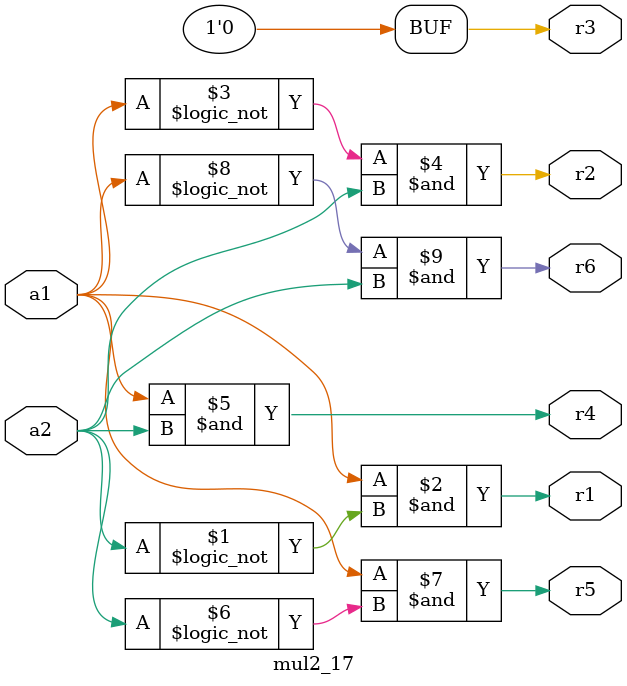
<source format=v>
module mul2_17 (input a1,
                a2,
                output r1,
                r2,
                r3,
                r4,
                r5,
                r6);

    assign r1 = (a1&!a2);

    assign r2 = (!a1&a2);

    assign r3 = (0);

    assign r4 = (a1&a2);

    assign r5 = (a1&!a2);

    assign r6 = (!a1&a2);


endmodule
</source>
